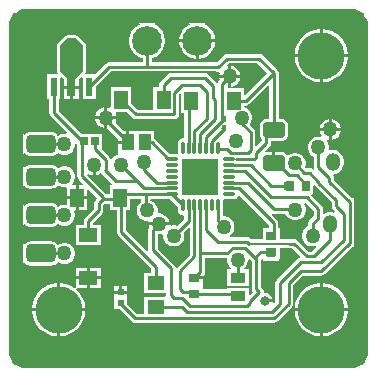
<source format=gtl>
G04*
G04 #@! TF.GenerationSoftware,Altium Limited,Altium Designer,22.6.1 (34)*
G04*
G04 Layer_Physical_Order=1*
G04 Layer_Color=255*
%FSLAX44Y44*%
%MOMM*%
G71*
G04*
G04 #@! TF.SameCoordinates,4B676402-AEF7-43F9-94C9-A96E2D6DE339*
G04*
G04*
G04 #@! TF.FilePolarity,Positive*
G04*
G01*
G75*
%ADD12C,0.2540*%
%ADD13C,1.2000*%
%ADD14R,0.8000X0.8000*%
%ADD15R,0.8000X0.8000*%
%ADD16R,0.6000X1.6000*%
%ADD17R,0.7000X1.5000*%
%ADD18R,1.2000X1.6000*%
%ADD19R,0.8000X0.9500*%
%ADD20R,0.9500X0.8000*%
%ADD21O,1.1500X0.3000*%
%ADD22R,0.4500X0.5000*%
%ADD23R,1.4500X1.2000*%
%ADD24R,0.5725X0.5682*%
%ADD25R,0.6500X0.6500*%
%ADD26R,1.6000X1.2000*%
G04:AMPARAMS|DCode=27|XSize=1.8mm|YSize=1.3mm|CornerRadius=0.13mm|HoleSize=0mm|Usage=FLASHONLY|Rotation=180.000|XOffset=0mm|YOffset=0mm|HoleType=Round|Shape=RoundedRectangle|*
%AMROUNDEDRECTD27*
21,1,1.8000,1.0400,0,0,180.0*
21,1,1.5400,1.3000,0,0,180.0*
1,1,0.2600,-0.7700,0.5200*
1,1,0.2600,0.7700,0.5200*
1,1,0.2600,0.7700,-0.5200*
1,1,0.2600,-0.7700,-0.5200*
%
%ADD27ROUNDEDRECTD27*%
%ADD28R,1.1000X1.3500*%
%ADD29O,0.3000X1.1500*%
%ADD30R,3.1500X3.1500*%
%ADD31R,1.3000X0.9000*%
%ADD57C,0.2040*%
%ADD58C,2.5240*%
%ADD59O,1.2240X1.5240*%
%ADD60O,1.2400X1.5240*%
G04:AMPARAMS|DCode=61|XSize=2.524mm|YSize=1.524mm|CornerRadius=0.381mm|HoleSize=0mm|Usage=FLASHONLY|Rotation=0.000|XOffset=0mm|YOffset=0mm|HoleType=Round|Shape=RoundedRectangle|*
%AMROUNDEDRECTD61*
21,1,2.5240,0.7620,0,0,0.0*
21,1,1.7620,1.5240,0,0,0.0*
1,1,0.7620,0.8810,-0.3810*
1,1,0.7620,-0.8810,-0.3810*
1,1,0.7620,-0.8810,0.3810*
1,1,0.7620,0.8810,0.3810*
%
%ADD61ROUNDEDRECTD61*%
%ADD62C,4.0000*%
%ADD63C,1.2700*%
%ADD64C,0.8000*%
%ADD65C,0.5500*%
G36*
X280000Y132290D02*
X278730Y131764D01*
X263195Y147299D01*
Y149078D01*
X262899Y150565D01*
X262591Y151026D01*
X263226Y152361D01*
X264761Y152563D01*
X266867Y153436D01*
X268676Y154824D01*
X270064Y156633D01*
X270937Y158739D01*
X271235Y161000D01*
Y164000D01*
X270937Y166261D01*
X270064Y168367D01*
X268676Y170176D01*
X266867Y171565D01*
X264761Y172437D01*
X262500Y172735D01*
X260239Y172437D01*
X259628Y172184D01*
X258673Y173022D01*
X258890Y173829D01*
Y176170D01*
X258284Y178431D01*
X257253Y180218D01*
X257633Y180953D01*
X258025Y181326D01*
X258730Y181137D01*
Y188730D01*
X251137D01*
X251716Y186569D01*
X252747Y184782D01*
X252367Y184047D01*
X251975Y183674D01*
X251170Y183890D01*
X248830D01*
X246569Y183284D01*
X244541Y182114D01*
X242886Y180459D01*
X241716Y178431D01*
X241110Y176170D01*
Y173829D01*
X241716Y171569D01*
X242886Y169541D01*
X244541Y167886D01*
X246115Y166977D01*
Y158388D01*
X246411Y156902D01*
X246683Y156495D01*
X245696Y155686D01*
X245193Y156189D01*
X243933Y157031D01*
X242446Y157327D01*
X239654D01*
X238661Y158320D01*
X239124Y160050D01*
Y162390D01*
X238518Y164651D01*
X237348Y166679D01*
X235693Y168334D01*
X233666Y169504D01*
X231405Y170110D01*
X229064D01*
X226803Y169504D01*
X224916Y168415D01*
X224634Y168369D01*
X223340Y168694D01*
X222812Y169482D01*
X221542Y170331D01*
X220044Y170629D01*
X213614D01*
Y161514D01*
X211074D01*
Y170629D01*
X205103D01*
X204530Y171852D01*
X208661Y175983D01*
X209503Y177243D01*
X209799Y178730D01*
Y180399D01*
X220044D01*
X221542Y180697D01*
X222812Y181546D01*
X223661Y182816D01*
X223959Y184314D01*
Y194714D01*
X223661Y196212D01*
X222812Y197482D01*
X221542Y198331D01*
X220044Y198629D01*
X216229D01*
Y237656D01*
X215933Y239143D01*
X215091Y240403D01*
X202747Y252747D01*
X201487Y253589D01*
X200000Y253885D01*
X172500D01*
X171014Y253589D01*
X169753Y252747D01*
X163926Y246920D01*
X108885D01*
Y250316D01*
X109422Y250423D01*
X112181Y251566D01*
X114664Y253225D01*
X116776Y255336D01*
X118435Y257819D01*
X119577Y260578D01*
X120160Y263507D01*
Y266493D01*
X119577Y269422D01*
X118435Y272181D01*
X116776Y274664D01*
X114664Y276776D01*
X112181Y278435D01*
X111468Y278730D01*
X111721Y280000D01*
X140779D01*
X141032Y278730D01*
X140319Y278435D01*
X137836Y276776D01*
X135724Y274664D01*
X134065Y272181D01*
X132922Y269422D01*
X132340Y266493D01*
Y266270D01*
X162660D01*
Y266493D01*
X162077Y269422D01*
X160935Y272181D01*
X159275Y274664D01*
X157164Y276776D01*
X154681Y278435D01*
X153968Y278730D01*
X154221Y280000D01*
X280000D01*
Y132290D01*
D02*
G37*
G36*
X98532Y278730D02*
X97819Y278435D01*
X95336Y276776D01*
X93224Y274664D01*
X91565Y272181D01*
X90423Y269422D01*
X89840Y266493D01*
Y263507D01*
X90423Y260578D01*
X91565Y257819D01*
X93224Y255336D01*
X95336Y253225D01*
X97819Y251566D01*
X100578Y250423D01*
X101115Y250316D01*
Y246920D01*
X72859D01*
X71372Y246624D01*
X70112Y245782D01*
X60940Y236610D01*
X53333D01*
X52654Y237880D01*
X52787Y238079D01*
X52984Y239070D01*
Y261070D01*
X52787Y262061D01*
X52225Y262901D01*
X46225Y268901D01*
X45385Y269463D01*
X44394Y269660D01*
X37394D01*
X36403Y269463D01*
X35563Y268901D01*
X29563Y262901D01*
X29001Y262061D01*
X28804Y261070D01*
Y239070D01*
X29001Y238079D01*
X29134Y237880D01*
X28455Y236610D01*
X20354D01*
Y215530D01*
X22277D01*
Y203662D01*
X22573Y202175D01*
X23415Y200915D01*
X36792Y187538D01*
X36205Y186453D01*
X36144Y186390D01*
X33830D01*
X31569Y185784D01*
X30412Y185116D01*
X29539Y184616D01*
X28613Y185481D01*
X28339Y185839D01*
X27013Y186856D01*
X25468Y187496D01*
X23810Y187715D01*
X6190D01*
X4533Y187496D01*
X2988Y186856D01*
X1661Y185839D01*
X1270Y185329D01*
X0Y185760D01*
Y280000D01*
X98279D01*
X98532Y278730D01*
D02*
G37*
G36*
X206617Y237889D02*
X188241Y219513D01*
X187068Y219999D01*
Y224662D01*
X173733D01*
X173651Y224903D01*
X173654Y224925D01*
X173730Y225021D01*
Y233730D01*
X166137D01*
X166580Y232074D01*
X165971Y231465D01*
X165129Y230204D01*
X165015Y229631D01*
X163667Y229363D01*
X163529Y229569D01*
X156417Y236681D01*
X155157Y237523D01*
X153670Y237819D01*
X125222D01*
X123735Y237523D01*
X122475Y236681D01*
X116091Y230297D01*
X115249Y229037D01*
X114953Y227550D01*
Y225678D01*
X110298D01*
Y206577D01*
X96893D01*
X91378Y212092D01*
Y225678D01*
X74298D01*
Y209098D01*
X73028Y208392D01*
X71270Y208863D01*
Y201270D01*
X78863D01*
X78312Y203328D01*
X78338Y203658D01*
X78881Y204598D01*
X87884D01*
X92537Y199945D01*
X93798Y199103D01*
X95284Y198807D01*
X128016D01*
X129503Y199103D01*
X130763Y199945D01*
X131605Y201205D01*
X131901Y202692D01*
Y219625D01*
X132815Y220539D01*
X133988Y220053D01*
Y203582D01*
X136116D01*
Y183148D01*
X135134Y182343D01*
X135000Y182369D01*
X133424Y182056D01*
X132087Y181163D01*
X131194Y179827D01*
X130881Y178250D01*
Y170288D01*
X130471Y169529D01*
X129712Y169119D01*
X124157D01*
X111459Y181817D01*
X110798Y182258D01*
Y188360D01*
X90028D01*
Y179070D01*
X88758D01*
Y177800D01*
X80718D01*
Y169780D01*
X80718Y169780D01*
X80718D01*
X80346Y168627D01*
X79069Y168284D01*
X77042Y167114D01*
X75386Y165459D01*
X75168Y165081D01*
X73830Y165302D01*
X73749Y165708D01*
X72907Y166968D01*
X66604Y173272D01*
X67028Y174296D01*
X67028D01*
Y185876D01*
X49441D01*
X30047Y205271D01*
Y215530D01*
X31434D01*
Y233708D01*
X32608Y234194D01*
X34854Y231947D01*
Y226840D01*
X46934D01*
Y231947D01*
X49181Y234194D01*
X50354Y233708D01*
Y215530D01*
X61434D01*
Y226117D01*
X74468Y239151D01*
X163154D01*
X163512Y238912D01*
X163513Y238911D01*
X163513Y238911D01*
X164280Y238758D01*
X164998Y238615D01*
X164999Y238615D01*
X165000Y238615D01*
X165476Y238710D01*
X166133Y238213D01*
X166498Y237618D01*
X166137Y236270D01*
X173730D01*
Y243863D01*
X173625Y243835D01*
X172967Y244974D01*
X174109Y246115D01*
X198391D01*
X206617Y237889D01*
D02*
G37*
G36*
X50394Y261070D02*
Y239070D01*
X44394Y233070D01*
X37394D01*
X31394Y239070D01*
Y261070D01*
X37394Y267070D01*
X44394D01*
X50394Y261070D01*
D02*
G37*
G36*
X208459Y227084D02*
Y198629D01*
X204644D01*
X203146Y198331D01*
X201875Y197482D01*
X201027Y196212D01*
X200729Y194714D01*
Y184314D01*
X201027Y182816D01*
X201875Y181546D01*
X201876Y181545D01*
X201952Y180262D01*
X197558Y175868D01*
X196385Y176354D01*
Y187500D01*
X196089Y188987D01*
X196089Y188987D01*
X196089Y188987D01*
X195247Y190247D01*
X192114Y193380D01*
X192114Y194541D01*
X193284Y196569D01*
X193890Y198830D01*
Y201171D01*
X193284Y203431D01*
X192114Y205459D01*
X190459Y207114D01*
X188431Y208284D01*
X187068Y208650D01*
Y210237D01*
X188344D01*
X189831Y210533D01*
X191091Y211375D01*
X207286Y227570D01*
X208459Y227084D01*
D02*
G37*
G36*
X45448Y178069D02*
Y174296D01*
X45853D01*
Y150262D01*
X46149Y148776D01*
X46991Y147515D01*
X50459Y144047D01*
X49973Y142874D01*
X47024D01*
Y133604D01*
X54294D01*
Y138553D01*
X55467Y139039D01*
X62629Y131877D01*
X61261Y130509D01*
X60419Y129249D01*
X60123Y127762D01*
Y123021D01*
X52371Y115269D01*
X51529Y114009D01*
X51233Y112522D01*
Y108836D01*
X44578D01*
Y91756D01*
X65658D01*
Y108836D01*
X59003D01*
Y110913D01*
X66755Y118665D01*
X67597Y119925D01*
X67893Y121412D01*
Y126153D01*
X68919Y127179D01*
X73214D01*
Y121794D01*
X79173D01*
Y103378D01*
X79469Y101891D01*
X80311Y100631D01*
X108616Y72327D01*
Y68540D01*
X102710D01*
Y51460D01*
X121115D01*
Y50000D01*
X121210Y49522D01*
X120405Y48540D01*
X102710D01*
Y34075D01*
X96419D01*
X87902Y42592D01*
Y46641D01*
Y50752D01*
X77097D01*
Y46641D01*
Y37598D01*
X81908D01*
X92253Y27253D01*
X93513Y26411D01*
X95000Y26115D01*
X95955Y26305D01*
X212690D01*
X214177Y26601D01*
X215437Y27443D01*
X227747Y39753D01*
X228589Y41013D01*
X228885Y42500D01*
Y58391D01*
X236609Y66115D01*
X252500D01*
X252500Y66115D01*
X253987Y66411D01*
X255247Y67253D01*
X278730Y90736D01*
X280000Y90210D01*
Y0D01*
X0D01*
Y76740D01*
X1270Y77171D01*
X1661Y76661D01*
X2988Y75643D01*
X4533Y75003D01*
X6190Y74785D01*
X23810D01*
X25468Y75003D01*
X27013Y75643D01*
X28339Y76661D01*
X28613Y77019D01*
X29539Y77884D01*
X30412Y77384D01*
X31569Y76716D01*
X33830Y76110D01*
X36171D01*
X38432Y76716D01*
X40459Y77886D01*
X42114Y79542D01*
X43284Y81569D01*
X43890Y83830D01*
Y86171D01*
X43284Y88432D01*
X42114Y90459D01*
X40459Y92114D01*
X38432Y93284D01*
X36171Y93890D01*
X33830D01*
X31569Y93284D01*
X30412Y92617D01*
X29539Y92117D01*
X28613Y92982D01*
X28339Y93339D01*
X27013Y94357D01*
X25468Y94997D01*
X23810Y95215D01*
X6190D01*
X4533Y94997D01*
X2988Y94357D01*
X1661Y93339D01*
X1270Y92829D01*
X0Y93260D01*
Y109240D01*
X1270Y109671D01*
X1661Y109161D01*
X2988Y108143D01*
X4533Y107503D01*
X6190Y107285D01*
X23810D01*
X25468Y107503D01*
X27013Y108143D01*
X28339Y109161D01*
X28613Y109518D01*
X29539Y110383D01*
X30412Y109883D01*
X31569Y109216D01*
X33830Y108610D01*
X36171D01*
X38432Y109216D01*
X40459Y110386D01*
X42114Y112041D01*
X43284Y114068D01*
X43890Y116329D01*
Y118670D01*
X43394Y120524D01*
X44101Y121794D01*
X44484D01*
Y131064D01*
X37214D01*
Y127153D01*
X36207Y126380D01*
X36171Y126390D01*
X33830D01*
X31569Y125784D01*
X30412Y125116D01*
X29539Y124616D01*
X28613Y125481D01*
X28339Y125839D01*
X27013Y126857D01*
X25468Y127496D01*
X23810Y127715D01*
X6190D01*
X4533Y127496D01*
X2988Y126857D01*
X1661Y125839D01*
X1270Y125329D01*
X0Y125760D01*
Y141740D01*
X1270Y142171D01*
X1661Y141661D01*
X2988Y140644D01*
X4533Y140004D01*
X6190Y139785D01*
X23810D01*
X25468Y140004D01*
X27013Y140644D01*
X28339Y141661D01*
X28613Y142019D01*
X29539Y142884D01*
X30412Y142384D01*
X31569Y141716D01*
X33830Y141110D01*
X36171D01*
X36207Y141120D01*
X37214Y140347D01*
Y133604D01*
X44484D01*
Y142874D01*
X42242D01*
X41716Y144144D01*
X42114Y144542D01*
X43284Y146569D01*
X43890Y148830D01*
Y151171D01*
X43284Y153432D01*
X42114Y155459D01*
X40459Y157114D01*
X38432Y158284D01*
X36171Y158890D01*
X33830D01*
X31569Y158284D01*
X30412Y157617D01*
X29539Y157117D01*
X28613Y157982D01*
X28339Y158339D01*
X27013Y159357D01*
X25468Y159997D01*
X23810Y160215D01*
X6190D01*
X4533Y159997D01*
X2988Y159357D01*
X1661Y158339D01*
X1270Y157829D01*
X0Y158260D01*
Y169240D01*
X1270Y169671D01*
X1661Y169161D01*
X2988Y168143D01*
X4533Y167503D01*
X6190Y167285D01*
X23810D01*
X25468Y167503D01*
X27013Y168143D01*
X28339Y169161D01*
X28613Y169518D01*
X29539Y170383D01*
X30412Y169883D01*
X31569Y169216D01*
X33830Y168610D01*
X36171D01*
X38432Y169216D01*
X40459Y170386D01*
X42114Y172041D01*
X43284Y174068D01*
X43890Y176329D01*
Y177519D01*
X45160Y178241D01*
X45448Y178069D01*
D02*
G37*
G36*
X61270Y151137D02*
X63431Y151716D01*
X65458Y152886D01*
X66863Y152495D01*
X75215Y144144D01*
X74689Y142874D01*
X73214D01*
Y134949D01*
X70383D01*
X70057Y135437D01*
X54393Y151101D01*
X54465Y151464D01*
X55888Y152109D01*
X56568Y151716D01*
X58730Y151137D01*
Y160000D01*
X61270D01*
Y151137D01*
D02*
G37*
G36*
X247253Y142253D02*
X261116Y128391D01*
Y125000D01*
X261411Y123513D01*
X262253Y122253D01*
X263844Y120662D01*
X263125Y119586D01*
X262282Y119935D01*
X260000Y120235D01*
X257718Y119935D01*
X255592Y119054D01*
X255024Y118618D01*
X253885Y119180D01*
Y122500D01*
X253589Y123987D01*
X252747Y125247D01*
X243957Y134037D01*
X244443Y135210D01*
X245790D01*
Y142157D01*
X247060Y142542D01*
X247253Y142253D01*
D02*
G37*
G36*
X246115Y120891D02*
Y116734D01*
X242288Y112907D01*
X241772Y112134D01*
X241446Y111646D01*
X241446Y111646D01*
X241446Y111646D01*
X241298Y110899D01*
X241151Y110160D01*
Y108043D01*
X239541Y107114D01*
X237886Y105458D01*
X236716Y103431D01*
X236110Y101170D01*
Y98829D01*
X236716Y96568D01*
X237886Y94541D01*
X239541Y92886D01*
X241568Y91716D01*
X243829Y91110D01*
X246170D01*
X247659Y91509D01*
X248316Y90370D01*
X244411Y86465D01*
X241529D01*
X231997Y95997D01*
X230737Y96839D01*
X229250Y97135D01*
X225000D01*
X223718Y96880D01*
X217290D01*
Y106540D01*
X215975D01*
Y110744D01*
X215679Y112231D01*
X214837Y113491D01*
X210513Y117814D01*
X210650Y118113D01*
X211262Y118862D01*
X212500Y118616D01*
X222111D01*
X223202Y116726D01*
X224857Y115070D01*
X226884Y113900D01*
X229145Y113294D01*
X231486D01*
X233747Y113900D01*
X235774Y115070D01*
X237430Y116726D01*
X238600Y118753D01*
X239206Y121014D01*
Y123355D01*
X238600Y125616D01*
X238179Y126345D01*
X238818Y127779D01*
X239156Y127851D01*
X246115Y120891D01*
D02*
G37*
G36*
X121750Y130881D02*
X124625D01*
X130881Y124625D01*
Y121750D01*
X131194Y120174D01*
X132087Y118838D01*
X133424Y117945D01*
X135000Y117631D01*
X135134Y117658D01*
X136116Y116852D01*
Y114109D01*
X130426Y108419D01*
X128670Y108890D01*
X126329D01*
X125109Y108563D01*
X124993Y108588D01*
X124830Y108730D01*
X106137D01*
X106644Y106835D01*
X106411Y106486D01*
X106115Y105000D01*
Y87610D01*
X105860Y87396D01*
X104917Y87012D01*
X86943Y104987D01*
Y121794D01*
X90294D01*
Y131115D01*
X99747D01*
Y128701D01*
X99443Y128526D01*
X97788Y126871D01*
X96618Y124843D01*
X96012Y122582D01*
Y120242D01*
X96618Y117981D01*
X97788Y115953D01*
X99443Y114298D01*
X101471Y113128D01*
X103732Y112522D01*
X105157D01*
X106139Y111280D01*
X106137Y111270D01*
X123863D01*
X123284Y113431D01*
X122114Y115458D01*
X120459Y117114D01*
X118431Y118284D01*
X116170Y118890D01*
X114745D01*
X113763Y120132D01*
X113792Y120242D01*
Y122582D01*
X113186Y124843D01*
X112016Y126871D01*
X110361Y128526D01*
X108333Y129696D01*
X107777Y129845D01*
X107944Y131115D01*
X120571D01*
X121750Y130881D01*
D02*
G37*
G36*
X208205Y109135D02*
Y106540D01*
X202710D01*
Y96880D01*
X193298D01*
X192431Y97747D01*
X191171Y98589D01*
X189684Y98885D01*
X175398D01*
X175058Y100155D01*
X175459Y100386D01*
X177114Y102041D01*
X178284Y104068D01*
X178890Y106329D01*
Y108670D01*
X178284Y110931D01*
X177114Y112958D01*
X175459Y114614D01*
X173432Y115784D01*
X171171Y116390D01*
X168885D01*
Y120571D01*
X169119Y121750D01*
Y129712D01*
X169529Y130471D01*
X170289Y130881D01*
X178250D01*
X179827Y131194D01*
X181163Y132087D01*
X182056Y133424D01*
X182102Y133655D01*
X183317Y134023D01*
X208205Y109135D01*
D02*
G37*
G36*
X141115Y106462D02*
Y84109D01*
X130068Y73062D01*
X128958Y73276D01*
X128696Y73450D01*
X128589Y73987D01*
X127747Y75247D01*
X113885Y89109D01*
Y101110D01*
X116170D01*
X117391Y101437D01*
X117507Y101412D01*
X118610Y100449D01*
Y98829D01*
X119216Y96568D01*
X120386Y94541D01*
X122041Y92886D01*
X124068Y91716D01*
X126329Y91110D01*
X128670D01*
X130931Y91716D01*
X132958Y92886D01*
X134614Y94541D01*
X135784Y96568D01*
X136390Y98829D01*
Y101170D01*
X135920Y102926D01*
X139942Y106948D01*
X141115Y106462D01*
D02*
G37*
G36*
X225000Y89365D02*
X227641D01*
X234439Y82568D01*
X234021Y81190D01*
X233514Y81089D01*
X232253Y80247D01*
X214753Y62747D01*
X213911Y61487D01*
X213615Y60000D01*
Y44109D01*
X212565Y43059D01*
X211427Y43717D01*
X211430Y43730D01*
X205000D01*
Y46270D01*
X211430D01*
X211094Y47524D01*
X210233Y49016D01*
X209016Y50233D01*
X207524Y51094D01*
X205861Y51540D01*
X204989D01*
X203902Y52485D01*
X203832Y52764D01*
X203589Y53987D01*
X202747Y55247D01*
X201385Y56609D01*
Y79731D01*
X201502Y79810D01*
X202710Y79960D01*
Y79960D01*
X203021D01*
X203460Y79673D01*
Y78460D01*
X216540D01*
Y79960D01*
X217290D01*
Y89620D01*
X223718D01*
X225000Y89365D01*
D02*
G37*
G36*
X172515Y80958D02*
X172720Y79872D01*
Y78586D01*
X173326Y76325D01*
X174496Y74297D01*
X176091Y72702D01*
X176073Y72428D01*
X175707Y71432D01*
X172824D01*
Y57353D01*
X190904D01*
Y71432D01*
X187513D01*
X187147Y72428D01*
X187129Y72702D01*
X188724Y74297D01*
X189894Y76325D01*
X190500Y78586D01*
Y79710D01*
X191770Y80236D01*
X193615Y78391D01*
Y55000D01*
X193911Y53513D01*
X194555Y52549D01*
X192077Y50071D01*
X190904Y50557D01*
Y55932D01*
X172824D01*
Y54635D01*
X152290D01*
Y57290D01*
X152290D01*
Y57710D01*
X152290D01*
Y62980D01*
X145000D01*
Y65520D01*
X152290D01*
Y66046D01*
X152747Y66503D01*
X153589Y67764D01*
X153885Y69250D01*
Y81115D01*
X171512D01*
X172515Y80958D01*
D02*
G37*
%LPC*%
G36*
X254274Y275040D02*
X253770D01*
Y253770D01*
X275040D01*
Y254274D01*
X274485Y257778D01*
X273389Y261152D01*
X271778Y264314D01*
X269693Y267184D01*
X267184Y269693D01*
X264314Y271778D01*
X261152Y273389D01*
X257778Y274485D01*
X254274Y275040D01*
D02*
G37*
G36*
X251230D02*
X250726D01*
X247222Y274485D01*
X243848Y273389D01*
X240686Y271778D01*
X237816Y269693D01*
X235308Y267184D01*
X233222Y264314D01*
X231611Y261152D01*
X230515Y257778D01*
X229960Y254274D01*
Y253770D01*
X251230D01*
Y275040D01*
D02*
G37*
G36*
X162660Y263730D02*
X148770D01*
Y249840D01*
X148993D01*
X151922Y250423D01*
X154681Y251566D01*
X157164Y253225D01*
X159275Y255336D01*
X160935Y257819D01*
X162077Y260578D01*
X162660Y263507D01*
Y263730D01*
D02*
G37*
G36*
X146230D02*
X132340D01*
Y263507D01*
X132922Y260578D01*
X134065Y257819D01*
X135724Y255336D01*
X137836Y253225D01*
X140319Y251566D01*
X143078Y250423D01*
X146007Y249840D01*
X146230D01*
Y263730D01*
D02*
G37*
G36*
X275040Y251230D02*
X253770D01*
Y229960D01*
X254274D01*
X257778Y230515D01*
X261152Y231611D01*
X264314Y233222D01*
X267184Y235308D01*
X269693Y237816D01*
X271778Y240686D01*
X273389Y243848D01*
X274485Y247222D01*
X275040Y250726D01*
Y251230D01*
D02*
G37*
G36*
X251230D02*
X229960D01*
Y250726D01*
X230515Y247222D01*
X231611Y243848D01*
X233222Y240686D01*
X235308Y237816D01*
X237816Y235308D01*
X240686Y233222D01*
X243848Y231611D01*
X247222Y230515D01*
X250726Y229960D01*
X251230D01*
Y251230D01*
D02*
G37*
G36*
X261270Y198863D02*
Y191270D01*
X268863D01*
X268284Y193431D01*
X267114Y195459D01*
X265459Y197114D01*
X263431Y198284D01*
X261270Y198863D01*
D02*
G37*
G36*
X258730D02*
X256569Y198284D01*
X254541Y197114D01*
X252886Y195459D01*
X251716Y193431D01*
X251137Y191270D01*
X258730D01*
Y198863D01*
D02*
G37*
G36*
X268863Y188730D02*
X261270D01*
Y181137D01*
X263431Y181716D01*
X265459Y182886D01*
X267114Y184541D01*
X268284Y186569D01*
X268863Y188730D01*
D02*
G37*
G36*
X176270Y243863D02*
Y236270D01*
X183863D01*
X183284Y238431D01*
X182114Y240458D01*
X180459Y242114D01*
X178431Y243284D01*
X176270Y243863D01*
D02*
G37*
G36*
X183863Y233730D02*
X176270D01*
Y226136D01*
X178431Y226716D01*
X180459Y227886D01*
X182114Y229541D01*
X183284Y231568D01*
X183863Y233730D01*
D02*
G37*
G36*
X46934Y224300D02*
X42164D01*
Y215530D01*
X46934D01*
Y224300D01*
D02*
G37*
G36*
X39624D02*
X34854D01*
Y215530D01*
X39624D01*
Y224300D01*
D02*
G37*
G36*
X68730Y208863D02*
X66568Y208284D01*
X64541Y207114D01*
X62886Y205459D01*
X61716Y203431D01*
X61137Y201270D01*
X68730D01*
Y208863D01*
D02*
G37*
G36*
Y198730D02*
X61137D01*
X61716Y196569D01*
X62886Y194541D01*
X64541Y192886D01*
X66568Y191716D01*
X68730Y191137D01*
Y198730D01*
D02*
G37*
G36*
X78863D02*
X71270D01*
Y191064D01*
X80718Y181616D01*
Y180340D01*
X87488D01*
Y188360D01*
X84962D01*
X77724Y195598D01*
X78284Y196569D01*
X78863Y198730D01*
D02*
G37*
G36*
X54294Y131064D02*
X47024D01*
Y121794D01*
X54294D01*
Y131064D01*
D02*
G37*
G36*
X65658Y72836D02*
X56388D01*
Y65567D01*
X65658D01*
Y72836D01*
D02*
G37*
G36*
X53848D02*
X44578D01*
Y65567D01*
X53848D01*
Y72836D01*
D02*
G37*
G36*
X65658Y63026D02*
X56388D01*
Y55757D01*
X65658D01*
Y63026D01*
D02*
G37*
G36*
X53848D02*
X44578D01*
X44578Y56694D01*
Y56630D01*
Y56630D01*
X44578Y56339D01*
X44057Y56054D01*
X43346Y55664D01*
X41814Y56778D01*
X38652Y58389D01*
X35278Y59485D01*
X31774Y60040D01*
X31270D01*
Y38770D01*
X52540D01*
Y39274D01*
X51985Y42778D01*
X50889Y46152D01*
X49278Y49314D01*
X47193Y52184D01*
X44890Y54487D01*
X45074Y55289D01*
X45380Y55757D01*
X45607Y55757D01*
X53848D01*
Y63026D01*
D02*
G37*
G36*
X87902Y57403D02*
X83770D01*
Y53292D01*
X87902D01*
Y57403D01*
D02*
G37*
G36*
X81230D02*
X77097D01*
Y53292D01*
X81230D01*
Y57403D01*
D02*
G37*
G36*
X254274Y60040D02*
X253770D01*
Y38770D01*
X275040D01*
Y39274D01*
X274485Y42778D01*
X273389Y46152D01*
X271778Y49314D01*
X269692Y52184D01*
X267184Y54693D01*
X264313Y56778D01*
X261152Y58389D01*
X257778Y59485D01*
X254274Y60040D01*
D02*
G37*
G36*
X251230D02*
X250726D01*
X247222Y59485D01*
X243848Y58389D01*
X240686Y56778D01*
X237816Y54693D01*
X235307Y52184D01*
X233222Y49314D01*
X231611Y46152D01*
X230515Y42778D01*
X229960Y39274D01*
Y38770D01*
X251230D01*
Y60040D01*
D02*
G37*
G36*
X28730D02*
X28226D01*
X24722Y59485D01*
X21348Y58389D01*
X18186Y56778D01*
X15316Y54693D01*
X12807Y52184D01*
X10722Y49314D01*
X9111Y46152D01*
X8015Y42778D01*
X7460Y39274D01*
Y38770D01*
X28730D01*
Y60040D01*
D02*
G37*
G36*
X275040Y36230D02*
X253770D01*
Y14960D01*
X254274D01*
X257778Y15515D01*
X261152Y16611D01*
X264313Y18222D01*
X267184Y20308D01*
X269692Y22816D01*
X271778Y25687D01*
X273389Y28848D01*
X274485Y32222D01*
X275040Y35726D01*
Y36230D01*
D02*
G37*
G36*
X251230D02*
X229960D01*
Y35726D01*
X230515Y32222D01*
X231611Y28848D01*
X233222Y25687D01*
X235307Y22816D01*
X237816Y20308D01*
X240686Y18222D01*
X243848Y16611D01*
X247222Y15515D01*
X250726Y14960D01*
X251230D01*
Y36230D01*
D02*
G37*
G36*
X52540D02*
X31270D01*
Y14960D01*
X31774D01*
X35278Y15515D01*
X38652Y16611D01*
X41814Y18222D01*
X44684Y20308D01*
X47193Y22816D01*
X49278Y25687D01*
X50889Y28848D01*
X51985Y32222D01*
X52540Y35726D01*
Y36230D01*
D02*
G37*
G36*
X28730D02*
X7460D01*
Y35726D01*
X8015Y32222D01*
X9111Y28848D01*
X10722Y25687D01*
X12807Y22816D01*
X15316Y20308D01*
X18186Y18222D01*
X21348Y16611D01*
X24722Y15515D01*
X28226Y14960D01*
X28730D01*
Y36230D01*
D02*
G37*
%LPD*%
D12*
X212344Y236982D02*
Y237656D01*
X211204D02*
Y238796D01*
X252500Y70000D02*
X276510Y94010D01*
X212690Y30190D02*
X225000Y42500D01*
X252500Y70000D02*
X252500Y70000D01*
X235000Y70000D02*
X252500D01*
X225000Y42500D02*
Y60000D01*
X235000Y70000D01*
X252500Y77500D02*
X271430Y96430D01*
X210502Y35502D02*
X217500Y42500D01*
X246020Y82580D02*
X260000Y96560D01*
X229250Y93250D02*
X239920Y82580D01*
X246020D01*
X217500Y60000D02*
X235000Y77500D01*
X252500D01*
X217500Y42500D02*
Y60000D01*
X82500Y42500D02*
X95000Y30000D01*
X95190Y30190D02*
X212690D01*
X95000Y30000D02*
X95190Y30190D01*
X103632Y122682D02*
Y135000D01*
Y122682D02*
X104902Y121412D01*
X212500Y122500D02*
X230000D01*
X230316Y122184D01*
X165000Y112500D02*
X170000Y107500D01*
X165000Y112500D02*
Y126000D01*
X187500Y155000D02*
X210000Y132500D01*
X240000D01*
X250000Y122500D01*
X245035Y100035D02*
Y110160D01*
X245000Y100000D02*
X245035Y100035D01*
X150000Y69250D02*
Y126000D01*
X134428Y40000D02*
X138925Y35502D01*
X141030Y40582D02*
X189942D01*
X138925Y35502D02*
X210502D01*
X134192Y47420D02*
X141030Y40582D01*
X125000Y50000D02*
X127580Y47420D01*
X134192D01*
X112500Y40000D02*
X134428D01*
X125000Y50000D02*
Y72500D01*
X225000Y93250D02*
X229250D01*
X182834Y140000D02*
X212090Y110744D01*
Y102870D02*
Y110744D01*
X189684Y95000D02*
X191434Y93250D01*
X175000Y95000D02*
X189684D01*
X174996Y94996D02*
X175000Y95000D01*
X165004Y94996D02*
X174996D01*
X181864Y64393D02*
Y79502D01*
X181610Y79756D02*
X181864Y79502D01*
X212344Y161514D02*
X214844D01*
X225298Y151060D02*
X231440D01*
X239250Y142500D02*
Y143250D01*
X231440Y151060D02*
X239250Y143250D01*
X230267Y161220D02*
X238045Y153442D01*
X230234Y161220D02*
X230267D01*
X214844Y161514D02*
X225298Y151060D01*
X238045Y153442D02*
X242446D01*
X250000Y145888D01*
X197500Y82500D02*
X201500Y86500D01*
X210000D01*
X197500Y80000D02*
Y82500D01*
X187584Y89916D02*
X197500Y80000D01*
Y55000D02*
Y80000D01*
Y55000D02*
X200000Y52500D01*
X192174Y44674D02*
X200000Y52500D01*
X192174Y42814D02*
Y44674D01*
X189942Y40582D02*
X192174Y42814D01*
X110000Y87500D02*
X125000Y72500D01*
X110000Y87500D02*
Y105000D01*
X115000Y110000D01*
X250000Y145000D02*
Y145888D01*
Y145000D02*
X265000Y130000D01*
Y125000D02*
Y130000D01*
X174000Y140000D02*
X182834D01*
X174000Y160000D02*
X192500D01*
X210000Y142500D01*
X222500D01*
X150080Y85000D02*
X172486D01*
X177402Y89916D01*
X187584D01*
X155000Y105000D02*
X165004Y94996D01*
X145000Y82500D02*
Y126000D01*
Y64250D02*
X150000Y69250D01*
X132500Y70000D02*
X145000Y82500D01*
X132500Y55000D02*
Y70000D01*
Y55000D02*
X135000Y52500D01*
X143250D02*
X145000Y50750D01*
X135000Y52500D02*
X143250D01*
X127500Y100000D02*
X140000Y112500D01*
X180006Y50750D02*
X181864Y48892D01*
X145000Y50750D02*
X180006D01*
X102420Y140080D02*
X107500D01*
X96554Y145946D02*
X102420Y140080D01*
X250000Y158388D02*
Y175000D01*
Y158388D02*
X259310Y149078D01*
X82500Y42500D02*
Y42979D01*
X276510Y94010D02*
Y128490D01*
X259310Y145690D02*
X276510Y128490D01*
X259310Y145690D02*
Y149078D01*
X107500Y140000D02*
X126000D01*
X78907Y145946D02*
X96554D01*
X82500Y160000D02*
X96554Y145946D01*
X61238Y173144D02*
X70160Y164222D01*
Y155792D02*
Y164222D01*
X69610Y155242D02*
X70160Y155792D01*
X69610Y155242D02*
X78907Y145946D01*
X61238Y173144D02*
Y180086D01*
X271430Y96430D02*
Y118570D01*
X265000Y125000D02*
X271430Y118570D01*
X102500Y155708D02*
X113208Y145000D01*
X126000D01*
X102500Y155708D02*
Y162500D01*
X205914Y178730D02*
Y184286D01*
X180000Y165310D02*
X180230Y165080D01*
X196012D01*
X197500Y166568D01*
Y170316D01*
X205914Y178730D01*
X206628Y185000D02*
X210000D01*
X205914Y184286D02*
X206628Y185000D01*
X210000D02*
X212344Y187344D01*
Y189514D01*
Y236982D01*
X211204Y238796D02*
X212344Y237656D01*
X188344Y214122D02*
X211204Y236982D01*
X178528Y214122D02*
X188344D01*
X172500Y250000D02*
X200000D01*
X165000Y242500D02*
X172500Y250000D01*
X200000D02*
X211204Y238796D01*
X105000Y243035D02*
X164465D01*
X72859D02*
X105000D01*
Y265000D01*
X55894Y226070D02*
X72859Y243035D01*
X164465D02*
X165000Y242500D01*
X211204Y236982D02*
Y237656D01*
X67310Y131064D02*
X81754D01*
X49738Y150262D02*
Y180086D01*
X26162Y204978D02*
Y225802D01*
Y203662D02*
Y204978D01*
X126000Y135000D02*
X135000Y126000D01*
X103632Y135000D02*
X126000D01*
X84420D02*
X103632D01*
X81754Y132334D02*
X84420Y135000D01*
X83058Y103378D02*
X112500Y73936D01*
X83058Y103378D02*
Y131030D01*
X112500Y60000D02*
Y73936D01*
X49738Y150262D02*
X67310Y132690D01*
Y131064D02*
Y132690D01*
X26162Y203662D02*
X49738Y180086D01*
X25894Y226070D02*
X26162Y225802D01*
X64008Y121412D02*
Y127762D01*
X67310Y131064D01*
X55118Y112522D02*
X64008Y121412D01*
X55118Y100296D02*
Y112522D01*
X135000Y126000D02*
X135000D01*
X140000Y112500D02*
Y126000D01*
X102758Y179070D02*
X108712D01*
X122782Y165000D01*
X126000D01*
X140000Y174000D02*
Y211594D01*
X142528Y214122D01*
X150000Y186250D02*
X162500Y198750D01*
X150000Y174000D02*
Y186250D01*
X162500Y198750D02*
Y215000D01*
X160782Y216718D02*
X162500Y215000D01*
X160782Y216718D02*
Y226822D01*
X153670Y233934D02*
X160782Y226822D01*
X125222Y233934D02*
X153670D01*
X118838Y227550D02*
X125222Y233934D01*
X118838Y215138D02*
Y227550D01*
X145000Y174000D02*
Y188434D01*
X155702Y199136D02*
Y221488D01*
X145000Y188434D02*
X155702Y199136D01*
X149860Y227330D02*
X155702Y221488D01*
X95284Y202692D02*
X128016D01*
Y221234D01*
X134112Y227330D01*
X149860D01*
X82838Y215138D02*
X95284Y202692D01*
X155000Y174000D02*
Y183750D01*
X168718Y198750D02*
Y228718D01*
X155000Y183750D02*
X170000Y198750D01*
X168718D02*
X170000D01*
X168718Y228718D02*
X175000Y235000D01*
X70000Y197828D02*
X88758Y179070D01*
X70000Y197828D02*
Y200000D01*
X181750Y48778D02*
X181864Y48892D01*
X160000Y180000D02*
X170000Y190000D01*
Y191250D01*
X160000Y174000D02*
Y180000D01*
X168450Y191250D02*
X170000D01*
X155000Y105000D02*
Y126000D01*
X260000Y96560D02*
Y110000D01*
X165000Y174000D02*
X165212Y173788D01*
X175792Y170390D02*
X190390D01*
X192500Y172500D01*
X165212Y173788D02*
X172394D01*
X175792Y170390D01*
X192500Y172500D02*
Y187500D01*
X185000Y195000D02*
X192500Y187500D01*
X185000Y195000D02*
Y200000D01*
X15000Y85000D02*
X35000D01*
X245035Y110160D02*
X250000Y115125D01*
Y122500D01*
X174000Y155000D02*
X187500D01*
X15000Y117500D02*
X35000D01*
X15000Y150000D02*
X35000D01*
X190000Y145000D02*
X212500Y122500D01*
X174000Y145000D02*
X190000D01*
X15000Y177500D02*
X35000D01*
D13*
X286000Y280000D02*
G03*
X280000Y286000I-6000J0D01*
G01*
X286000Y280000D02*
G03*
X280000Y286000I-6000J0D01*
G01*
Y-6000D02*
G03*
X286000Y0I0J6000D01*
G01*
X280000Y-6000D02*
G03*
X286000Y0I0J6000D01*
G01*
X0Y286000D02*
G03*
X-6000Y280000I0J-6000D01*
G01*
X0Y286000D02*
G03*
X-6000Y280000I0J-6000D01*
G01*
Y0D02*
G03*
X0Y-6000I6000J0D01*
G01*
X-6000Y0D02*
G03*
X0Y-6000I6000J0D01*
G01*
X286000Y0D02*
Y280000D01*
X0Y286000D02*
X280000D01*
X0Y-6000D02*
X280000D01*
X-6000Y0D02*
Y280000D01*
D14*
X210000Y85000D02*
D03*
Y100000D02*
D03*
D15*
X239250Y142500D02*
D03*
X224250D02*
D03*
D16*
X55894Y226070D02*
D03*
X25894D02*
D03*
D17*
X40894Y225570D02*
D03*
D18*
X81754Y132334D02*
D03*
X45754D02*
D03*
X118838Y215138D02*
D03*
X82838D02*
D03*
X142528Y214122D02*
D03*
X178528D02*
D03*
D19*
X239250Y142500D02*
D03*
X225750D02*
D03*
D20*
X210000Y86500D02*
D03*
Y100000D02*
D03*
X145000Y50750D02*
D03*
Y64250D02*
D03*
D21*
X174000Y140000D02*
D03*
Y160000D02*
D03*
Y135000D02*
D03*
X126000Y165000D02*
D03*
Y160000D02*
D03*
Y155000D02*
D03*
Y150000D02*
D03*
Y145000D02*
D03*
Y140000D02*
D03*
Y135000D02*
D03*
X174000Y145000D02*
D03*
Y150000D02*
D03*
Y155000D02*
D03*
Y165000D02*
D03*
D22*
X170000Y191250D02*
D03*
Y198750D02*
D03*
D23*
X112500Y60000D02*
D03*
Y40000D02*
D03*
D24*
X82500Y42979D02*
D03*
Y52022D02*
D03*
D25*
X61238Y180086D02*
D03*
X51238D02*
D03*
D26*
X55118Y64296D02*
D03*
Y100296D02*
D03*
D27*
X212344Y161514D02*
D03*
Y189514D02*
D03*
D28*
X102758Y179070D02*
D03*
X88758D02*
D03*
D29*
X165000Y174000D02*
D03*
X160000D02*
D03*
X155000D02*
D03*
X150000D02*
D03*
X145000D02*
D03*
X140000D02*
D03*
X135000D02*
D03*
Y126000D02*
D03*
X140000D02*
D03*
X145000D02*
D03*
X150000D02*
D03*
X155000D02*
D03*
X160000D02*
D03*
X165000D02*
D03*
D30*
X150000Y150000D02*
D03*
D31*
X181864Y48892D02*
D03*
Y64393D02*
D03*
D57*
X191434Y93250D02*
X225000D01*
D58*
X105000Y265000D02*
D03*
X147500D02*
D03*
D59*
X262500Y162500D02*
D03*
D60*
X260000Y110000D02*
D03*
D61*
X15000Y85000D02*
D03*
Y117500D02*
D03*
Y150000D02*
D03*
Y177500D02*
D03*
D62*
X252500Y252500D02*
D03*
X30000Y37500D02*
D03*
X252500D02*
D03*
D63*
X104902Y121412D02*
D03*
X230316Y122184D02*
D03*
X170000Y107500D02*
D03*
X245000Y100000D02*
D03*
X181610Y79756D02*
D03*
X230234Y161220D02*
D03*
X115000Y110000D02*
D03*
X250000Y175000D02*
D03*
X82500Y160000D02*
D03*
X102500Y162500D02*
D03*
X127500Y100000D02*
D03*
X180000Y180550D02*
D03*
X175000Y235000D02*
D03*
X260000Y190000D02*
D03*
X60000Y160000D02*
D03*
X70000Y200000D02*
D03*
X185000D02*
D03*
X35000Y85000D02*
D03*
Y117500D02*
D03*
Y150000D02*
D03*
Y177500D02*
D03*
D64*
X205000Y45000D02*
D03*
D65*
X161000Y161000D02*
D03*
Y150000D02*
D03*
Y139000D02*
D03*
X150000Y161000D02*
D03*
Y150000D02*
D03*
Y139000D02*
D03*
X139000Y161000D02*
D03*
Y150000D02*
D03*
Y139000D02*
D03*
M02*

</source>
